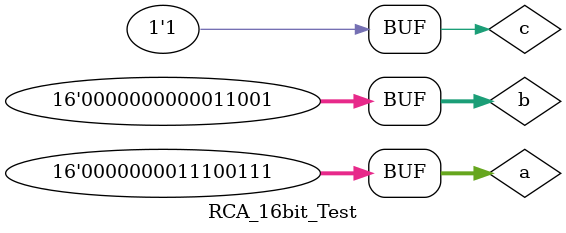
<source format=v>
`timescale 1ns / 1ps


module RCA_16bit_Test;

	// Inputs
	reg [15:0] a;
	reg [15:0] b;
	reg c;

	// Outputs
	wire [15:0] S;
	wire C;

	// Instantiate the Unit Under Test (UUT)
	RCA_16bit uut (
		.a(a), 
		.b(b), 
		.c(c), 
		.S(S), 
		.C(C)
	);

	initial begin
		$monitor ("a = %d, b = %d, c = %d, S = %d, C = %d", a, b, c, S, C);
		// Initialize Inputs

		a = 16'd65500; b = 16'd36; c = 0; // S = 0 C = 1
		#100;
		a = 16'd65530; b = 16'd6; c = 1; // S = 1 C = 1
		#100;
		a = 16'd231; b = 16'd25; c = 0; // S = 256 C = 0
		#100;
		a = 16'd21150; b = 16'd14256; c = 1; // S = 35407 C = 0
		#100;
		a = 16'd231; b = 16'd0; c = 0; // S = 231 C = 0
		#100;
		a = 16'd231; b = 16'd25; c = 1; // S = 257 C = 0
		#100;
	end
      
endmodule


</source>
